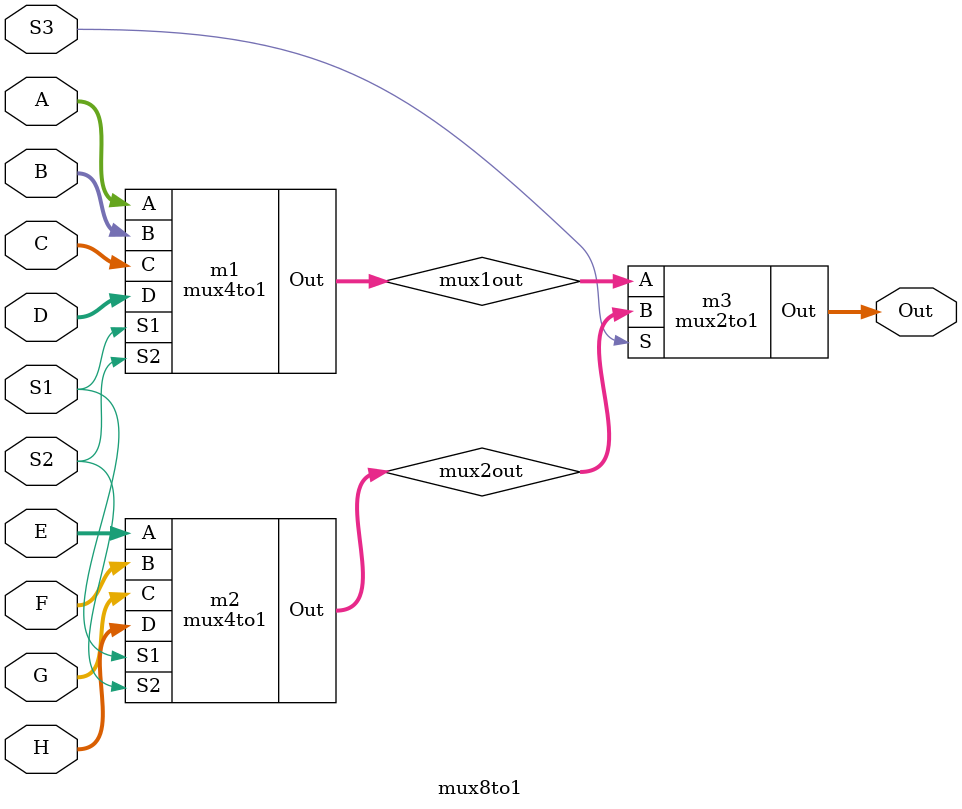
<source format=v>
/* TODO: Rashmi Iyer, Sarah Luthra
 * TODO: rashmii, saluthra
 *
 * lc4_regfile.v
 * Implements an 8-register register file parameterized on word size.
 *
 */

`timescale 1ns / 1ps

// Prevent implicit wire declaration
`default_nettype none

module lc4_regfile #(parameter n = 16)
   (input  wire         clk,
    input  wire         gwe,
    input  wire         rst,
    input  wire [  2:0] i_rs,      // rs selector
    output wire [n-1:0] o_rs_data, // rs contents
    input  wire [  2:0] i_rt,      // rt selector
    output wire [n-1:0] o_rt_data, // rt contents
    input  wire [  2:0] i_rd,      // rd selector
    input  wire [n-1:0] i_wdata,   // data to write
    input  wire         i_rd_we    // write enable
    );
   
   wire [n-1:0] r0_out;
   wire [n-1:0] r1_out;
   wire [n-1:0] r2_out;
   wire [n-1:0] r3_out;
   wire [n-1:0] r4_out;
   wire [n-1:0] r5_out;
   wire [n-1:0] r6_out;
   wire [n-1:0] r7_out;

   Nbit_reg #(n, 0) reg0 (.in(i_wdata), .out(r0_out), .clk(clk), .we(i_rd_we & i_rd == 3'b000), .gwe(gwe), .rst(rst));
   Nbit_reg #(n, 0) reg1 (.in(i_wdata), .out(r1_out), .clk(clk), .we(i_rd_we & i_rd == 3'b001), .gwe(gwe), .rst(rst));
   Nbit_reg #(n, 0) reg2 (.in(i_wdata), .out(r2_out), .clk(clk), .we(i_rd_we & i_rd == 3'b010), .gwe(gwe), .rst(rst));
   Nbit_reg #(n, 0) reg3 (.in(i_wdata), .out(r3_out), .clk(clk), .we(i_rd_we & i_rd == 3'b011), .gwe(gwe), .rst(rst));
   Nbit_reg #(n, 0) reg4 (.in(i_wdata), .out(r4_out), .clk(clk), .we(i_rd_we & i_rd == 3'b100), .gwe(gwe), .rst(rst));
   Nbit_reg #(n, 0) reg5 (.in(i_wdata), .out(r5_out), .clk(clk), .we(i_rd_we & i_rd == 3'b101), .gwe(gwe), .rst(rst));
   Nbit_reg #(n, 0) reg6 (.in(i_wdata), .out(r6_out), .clk(clk), .we(i_rd_we & i_rd == 3'b110), .gwe(gwe), .rst(rst));
   Nbit_reg #(n, 0) reg7 (.in(i_wdata), .out(r7_out), .clk(clk), .we(i_rd_we & i_rd == 3'b111), .gwe(gwe), .rst(rst));

   mux8to1 mux_rs(.S1(i_rs[2]), .S2(i_rs[1]), .S3(i_rs[0]), .A(r7_out), .B(r3_out), .C(r5_out), .D(r1_out), 
                    .E(r6_out), .F(r2_out), .G(r4_out), .H(r0_out), .Out(o_rs_data));

   mux8to1 mux_rt(.S1(i_rt[2]), .S2(i_rt[1]), .S3(i_rt[0]), .A(r7_out), .B(r3_out), .C(r5_out), .D(r1_out), 
                    .E(r6_out), .F(r2_out), .G(r4_out), .H(r0_out), .Out(o_rt_data));

endmodule

module mux2to1(input wire S,
            input wire [15:0] A,
            input wire [15:0] B,
            output wire [15:0] Out);
      assign Out = S ? A : B;
endmodule

module mux4to1(input wire S1,
            input wire S2,
            input wire [15:0] A,
            input wire [15:0] B,
            input wire [15:0] C,
            input wire [15:0] D,
            output wire [15:0] Out);
      wire [15:0] mux1out;
      wire [15:0] mux2out;
      mux2to1 m1(.S(S1), .A(A), .B(B), .Out(mux1out));
      mux2to1 m2(.S(S1), .A(C), .B(D), .Out(mux2out));
      mux2to1 m3(.S(S2), .A(mux1out), .B(mux2out), .Out(Out));
endmodule

module mux8to1(input wire S1,
            input wire S2,
            input wire S3,
            input wire [15:0] A,
            input wire [15:0] B,
            input wire [15:0] C,
            input wire [15:0] D,
            input wire [15:0] E,
            input wire [15:0] F,
            input wire [15:0] G,
            input wire [15:0] H,
            output wire [15:0] Out);
      wire [15:0] mux1out;
      wire [15:0] mux2out;
      mux4to1 m1(.S1(S1), .S2(S2), .A(A), .B(B), .C(C), .D(D), .Out(mux1out));
      mux4to1 m2(.S1(S1), .S2(S2), .A(E), .B(F), .C(G), .D(H), .Out(mux2out));
      mux2to1 m3(.S(S3), .A(mux1out), .B(mux2out), .Out(Out));
endmodule

</source>
